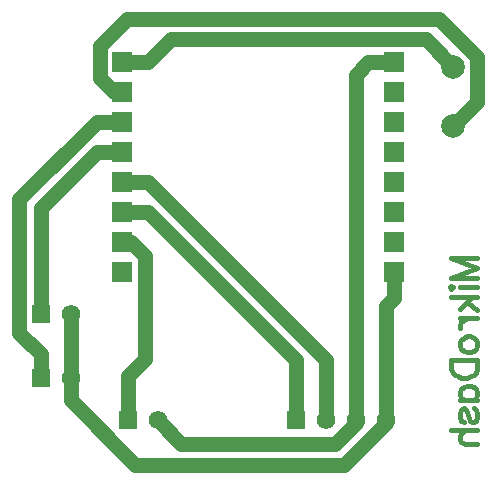
<source format=gbl>
G04 Layer: BottomLayer*
G04 EasyEDA v6.5.22, 2023-03-11 10:03:51*
G04 8c804c29d0f949b487868860c40900b7,2edda57568cb4d92a7641b919e05c1e7,10*
G04 Gerber Generator version 0.2*
G04 Scale: 100 percent, Rotated: No, Reflected: No *
G04 Dimensions in inches *
G04 leading zeros omitted , absolute positions ,3 integer and 6 decimal *
%FSLAX36Y36*%
%MOIN*%

%ADD10C,0.0150*%
%ADD11C,0.0500*%
%ADD12R,0.0620X0.0620*%
%ADD13C,0.0620*%
%ADD14C,0.0787*%
%ADD15R,0.0709X0.0709*%

%LPD*%
D10*
X649182Y-215000D02*
G01*
X735091Y-215000D01*
X649182Y-215000D02*
G01*
X735091Y-247726D01*
X649182Y-280455D02*
G01*
X735091Y-247726D01*
X649182Y-280455D02*
G01*
X735091Y-280455D01*
X649182Y-307454D02*
G01*
X653272Y-311545D01*
X649182Y-315635D01*
X645091Y-311545D01*
X649182Y-307454D01*
X677818Y-311545D02*
G01*
X735091Y-311545D01*
X649182Y-342636D02*
G01*
X735091Y-342636D01*
X677818Y-383544D02*
G01*
X718726Y-342636D01*
X702363Y-359000D02*
G01*
X735091Y-387636D01*
X677818Y-414636D02*
G01*
X735091Y-414636D01*
X702363Y-414636D02*
G01*
X690091Y-418726D01*
X681909Y-426909D01*
X677818Y-435091D01*
X677818Y-447363D01*
X677818Y-494818D02*
G01*
X681909Y-486635D01*
X690091Y-478454D01*
X702363Y-474364D01*
X710545Y-474364D01*
X722818Y-478454D01*
X730999Y-486635D01*
X735091Y-494818D01*
X735091Y-507091D01*
X730999Y-515273D01*
X722818Y-523454D01*
X710545Y-527545D01*
X702363Y-527545D01*
X690091Y-523454D01*
X681909Y-515273D01*
X677818Y-507091D01*
X677818Y-494818D01*
X649182Y-554544D02*
G01*
X735091Y-554544D01*
X649182Y-554544D02*
G01*
X649182Y-583182D01*
X653272Y-595455D01*
X661455Y-603636D01*
X669636Y-607726D01*
X681909Y-611817D01*
X702363Y-611817D01*
X714636Y-607726D01*
X722818Y-603636D01*
X730999Y-595455D01*
X735091Y-583182D01*
X735091Y-554544D01*
X677818Y-687908D02*
G01*
X735091Y-687908D01*
X690091Y-687908D02*
G01*
X681909Y-679726D01*
X677818Y-671545D01*
X677818Y-659272D01*
X681909Y-651091D01*
X690091Y-642908D01*
X702363Y-638818D01*
X710545Y-638818D01*
X722818Y-642908D01*
X730999Y-651091D01*
X735091Y-659272D01*
X735091Y-671545D01*
X730999Y-679726D01*
X722818Y-687908D01*
X690091Y-759908D02*
G01*
X681909Y-755817D01*
X677818Y-743544D01*
X677818Y-731273D01*
X681909Y-719000D01*
X690091Y-714908D01*
X698272Y-719000D01*
X702363Y-727181D01*
X706455Y-747636D01*
X710545Y-755817D01*
X718726Y-759908D01*
X722818Y-759908D01*
X730999Y-755817D01*
X735091Y-743544D01*
X735091Y-731273D01*
X730999Y-719000D01*
X722818Y-714908D01*
X649182Y-786909D02*
G01*
X735091Y-786909D01*
X694182Y-786909D02*
G01*
X681909Y-799182D01*
X677818Y-807363D01*
X677818Y-819636D01*
X681909Y-827818D01*
X694182Y-831909D01*
X735091Y-831909D01*
D11*
X-447750Y-60000D02*
G01*
X-362291Y-60000D01*
X129998Y-755000D02*
G01*
X129998Y-552289D01*
X-362291Y-60000D01*
X654998Y226399D02*
G01*
X735848Y307249D01*
X735848Y455579D01*
X606628Y584800D01*
X-432060Y584800D01*
X-523261Y493600D01*
X-523261Y386810D01*
X-476451Y340000D01*
X-447750Y340000D01*
X-447750Y440000D02*
G01*
X-362291Y440000D01*
X-362291Y440000D02*
G01*
X-286440Y515850D01*
X562748Y515850D01*
X654998Y423600D01*
X-447750Y40000D02*
G01*
X-362291Y40000D01*
X-362291Y40000D02*
G01*
X229998Y-552289D01*
X229998Y-755000D01*
X-447750Y140000D02*
G01*
X-533211Y140000D01*
X-533211Y140000D02*
G01*
X-720001Y-46790D01*
X-720001Y-400000D01*
X-430001Y-755000D02*
G01*
X-430001Y-607680D01*
X-372240Y-549920D01*
X-372240Y-206810D01*
X-419050Y-160000D01*
X-447750Y-160000D01*
X457759Y440000D02*
G01*
X372298Y440000D01*
X329998Y-755000D02*
G01*
X329998Y397699D01*
X372298Y440000D01*
X-330001Y-755000D02*
G01*
X-251030Y-833969D01*
X260909Y-833969D01*
X329998Y-764879D01*
X329998Y-755000D01*
X-620001Y-615000D02*
G01*
X-620001Y-400000D01*
X429998Y-755000D02*
G01*
X429998Y-764639D01*
X291428Y-903209D01*
X-404310Y-903209D01*
X-620001Y-687519D01*
X-620001Y-615000D01*
X457759Y-345459D02*
G01*
X429998Y-373220D01*
X429998Y-755000D01*
X457759Y-260000D02*
G01*
X457759Y-345459D01*
X-720001Y-615000D02*
G01*
X-720001Y-533969D01*
X-720001Y-533969D02*
G01*
X-791190Y-462779D01*
X-791190Y-17319D01*
X-533870Y240000D01*
X-447750Y240000D01*
D12*
G01*
X-430000Y-755000D03*
D13*
G01*
X-330000Y-755000D03*
D12*
G01*
X-720000Y-615000D03*
D13*
G01*
X-620000Y-615000D03*
D12*
G01*
X-720000Y-400000D03*
D13*
G01*
X-620000Y-400000D03*
D12*
G01*
X130000Y-755000D03*
D13*
G01*
X230000Y-755000D03*
G01*
X330000Y-755000D03*
G01*
X430000Y-755000D03*
D14*
G01*
X655000Y423600D03*
G01*
X655000Y226399D03*
D15*
G01*
X-447759Y440000D03*
G01*
X-447759Y340000D03*
G01*
X-447759Y240000D03*
G01*
X-447759Y140000D03*
G01*
X-447759Y40000D03*
G01*
X-447759Y-60000D03*
G01*
X-447759Y-160000D03*
G01*
X-447759Y-260000D03*
G01*
X457750Y-260000D03*
G01*
X457750Y-160000D03*
G01*
X457750Y-60000D03*
G01*
X457750Y40000D03*
G01*
X457750Y140000D03*
G01*
X457750Y240000D03*
G01*
X457750Y340000D03*
G01*
X457750Y440000D03*
M02*

</source>
